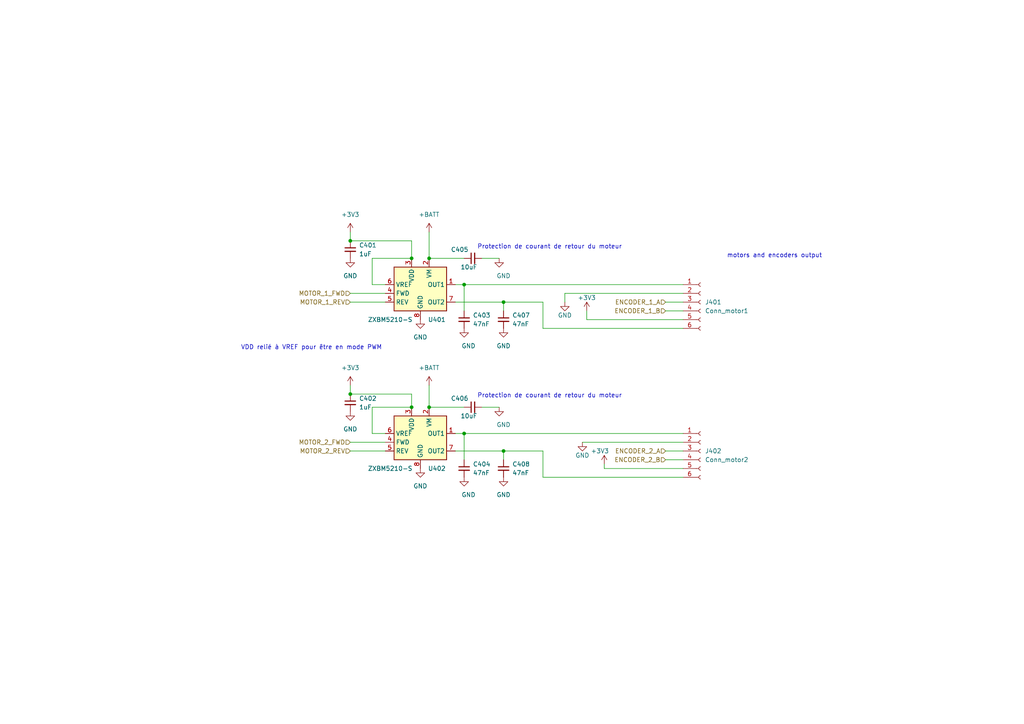
<source format=kicad_sch>
(kicad_sch (version 20230121) (generator eeschema)

  (uuid 0a1be023-c647-4248-b24d-c9c31ff23dbd)

  (paper "A4")

  (lib_symbols
    (symbol "Connector:Conn_01x06_Socket" (pin_names (offset 1.016) hide) (in_bom yes) (on_board yes)
      (property "Reference" "J" (at 0 7.62 0)
        (effects (font (size 1.27 1.27)))
      )
      (property "Value" "Conn_01x06_Socket" (at 0 -10.16 0)
        (effects (font (size 1.27 1.27)))
      )
      (property "Footprint" "" (at 0 0 0)
        (effects (font (size 1.27 1.27)) hide)
      )
      (property "Datasheet" "~" (at 0 0 0)
        (effects (font (size 1.27 1.27)) hide)
      )
      (property "ki_locked" "" (at 0 0 0)
        (effects (font (size 1.27 1.27)))
      )
      (property "ki_keywords" "connector" (at 0 0 0)
        (effects (font (size 1.27 1.27)) hide)
      )
      (property "ki_description" "Generic connector, single row, 01x06, script generated" (at 0 0 0)
        (effects (font (size 1.27 1.27)) hide)
      )
      (property "ki_fp_filters" "Connector*:*_1x??_*" (at 0 0 0)
        (effects (font (size 1.27 1.27)) hide)
      )
      (symbol "Conn_01x06_Socket_1_1"
        (arc (start 0 -7.112) (mid -0.5058 -7.62) (end 0 -8.128)
          (stroke (width 0.1524) (type default))
          (fill (type none))
        )
        (arc (start 0 -4.572) (mid -0.5058 -5.08) (end 0 -5.588)
          (stroke (width 0.1524) (type default))
          (fill (type none))
        )
        (arc (start 0 -2.032) (mid -0.5058 -2.54) (end 0 -3.048)
          (stroke (width 0.1524) (type default))
          (fill (type none))
        )
        (polyline
          (pts
            (xy -1.27 -7.62)
            (xy -0.508 -7.62)
          )
          (stroke (width 0.1524) (type default))
          (fill (type none))
        )
        (polyline
          (pts
            (xy -1.27 -5.08)
            (xy -0.508 -5.08)
          )
          (stroke (width 0.1524) (type default))
          (fill (type none))
        )
        (polyline
          (pts
            (xy -1.27 -2.54)
            (xy -0.508 -2.54)
          )
          (stroke (width 0.1524) (type default))
          (fill (type none))
        )
        (polyline
          (pts
            (xy -1.27 0)
            (xy -0.508 0)
          )
          (stroke (width 0.1524) (type default))
          (fill (type none))
        )
        (polyline
          (pts
            (xy -1.27 2.54)
            (xy -0.508 2.54)
          )
          (stroke (width 0.1524) (type default))
          (fill (type none))
        )
        (polyline
          (pts
            (xy -1.27 5.08)
            (xy -0.508 5.08)
          )
          (stroke (width 0.1524) (type default))
          (fill (type none))
        )
        (arc (start 0 0.508) (mid -0.5058 0) (end 0 -0.508)
          (stroke (width 0.1524) (type default))
          (fill (type none))
        )
        (arc (start 0 3.048) (mid -0.5058 2.54) (end 0 2.032)
          (stroke (width 0.1524) (type default))
          (fill (type none))
        )
        (arc (start 0 5.588) (mid -0.5058 5.08) (end 0 4.572)
          (stroke (width 0.1524) (type default))
          (fill (type none))
        )
        (pin passive line (at -5.08 5.08 0) (length 3.81)
          (name "Pin_1" (effects (font (size 1.27 1.27))))
          (number "1" (effects (font (size 1.27 1.27))))
        )
        (pin passive line (at -5.08 2.54 0) (length 3.81)
          (name "Pin_2" (effects (font (size 1.27 1.27))))
          (number "2" (effects (font (size 1.27 1.27))))
        )
        (pin passive line (at -5.08 0 0) (length 3.81)
          (name "Pin_3" (effects (font (size 1.27 1.27))))
          (number "3" (effects (font (size 1.27 1.27))))
        )
        (pin passive line (at -5.08 -2.54 0) (length 3.81)
          (name "Pin_4" (effects (font (size 1.27 1.27))))
          (number "4" (effects (font (size 1.27 1.27))))
        )
        (pin passive line (at -5.08 -5.08 0) (length 3.81)
          (name "Pin_5" (effects (font (size 1.27 1.27))))
          (number "5" (effects (font (size 1.27 1.27))))
        )
        (pin passive line (at -5.08 -7.62 0) (length 3.81)
          (name "Pin_6" (effects (font (size 1.27 1.27))))
          (number "6" (effects (font (size 1.27 1.27))))
        )
      )
    )
    (symbol "Device:C_Small" (pin_numbers hide) (pin_names (offset 0.254) hide) (in_bom yes) (on_board yes)
      (property "Reference" "C" (at 0.254 1.778 0)
        (effects (font (size 1.27 1.27)) (justify left))
      )
      (property "Value" "C_Small" (at 0.254 -2.032 0)
        (effects (font (size 1.27 1.27)) (justify left))
      )
      (property "Footprint" "" (at 0 0 0)
        (effects (font (size 1.27 1.27)) hide)
      )
      (property "Datasheet" "~" (at 0 0 0)
        (effects (font (size 1.27 1.27)) hide)
      )
      (property "ki_keywords" "capacitor cap" (at 0 0 0)
        (effects (font (size 1.27 1.27)) hide)
      )
      (property "ki_description" "Unpolarized capacitor, small symbol" (at 0 0 0)
        (effects (font (size 1.27 1.27)) hide)
      )
      (property "ki_fp_filters" "C_*" (at 0 0 0)
        (effects (font (size 1.27 1.27)) hide)
      )
      (symbol "C_Small_0_1"
        (polyline
          (pts
            (xy -1.524 -0.508)
            (xy 1.524 -0.508)
          )
          (stroke (width 0.3302) (type default))
          (fill (type none))
        )
        (polyline
          (pts
            (xy -1.524 0.508)
            (xy 1.524 0.508)
          )
          (stroke (width 0.3048) (type default))
          (fill (type none))
        )
      )
      (symbol "C_Small_1_1"
        (pin passive line (at 0 2.54 270) (length 2.032)
          (name "~" (effects (font (size 1.27 1.27))))
          (number "1" (effects (font (size 1.27 1.27))))
        )
        (pin passive line (at 0 -2.54 90) (length 2.032)
          (name "~" (effects (font (size 1.27 1.27))))
          (number "2" (effects (font (size 1.27 1.27))))
        )
      )
    )
    (symbol "Driver_Motor:ZXBM5210-S" (in_bom yes) (on_board yes)
      (property "Reference" "U" (at -7.62 8.89 0)
        (effects (font (size 1.27 1.27)))
      )
      (property "Value" "ZXBM5210-S" (at 10.16 8.89 0)
        (effects (font (size 1.27 1.27)))
      )
      (property "Footprint" "Package_SO:SOIC-8_3.9x4.9mm_P1.27mm" (at 1.27 -6.35 0)
        (effects (font (size 1.27 1.27)) hide)
      )
      (property "Datasheet" "https://www.diodes.com/assets/Datasheets/ZXBM5210.pdf" (at 0 0 0)
        (effects (font (size 1.27 1.27)) hide)
      )
      (property "ki_keywords" "H-bridge, motor driver, PWM, single coil" (at 0 0 0)
        (effects (font (size 1.27 1.27)) hide)
      )
      (property "ki_description" "Reversible DC motor drive with speed control, 3-18V, 0.85A, SOIC-8" (at 0 0 0)
        (effects (font (size 1.27 1.27)) hide)
      )
      (property "ki_fp_filters" "SOIC*3.9x4.9mm*P1.27mm*" (at 0 0 0)
        (effects (font (size 1.27 1.27)) hide)
      )
      (symbol "ZXBM5210-S_0_0"
        (pin output line (at 10.16 2.54 180) (length 2.54)
          (name "OUT1" (effects (font (size 1.27 1.27))))
          (number "1" (effects (font (size 1.27 1.27))))
        )
        (pin power_in line (at 2.54 10.16 270) (length 2.54)
          (name "VM" (effects (font (size 1.27 1.27))))
          (number "2" (effects (font (size 1.27 1.27))))
        )
        (pin power_in line (at -2.54 10.16 270) (length 2.54)
          (name "VDD" (effects (font (size 1.27 1.27))))
          (number "3" (effects (font (size 1.27 1.27))))
        )
        (pin input line (at -10.16 0 0) (length 2.54)
          (name "FWD" (effects (font (size 1.27 1.27))))
          (number "4" (effects (font (size 1.27 1.27))))
        )
        (pin input line (at -10.16 -2.54 0) (length 2.54)
          (name "REV" (effects (font (size 1.27 1.27))))
          (number "5" (effects (font (size 1.27 1.27))))
        )
        (pin input line (at -10.16 2.54 0) (length 2.54)
          (name "VREF" (effects (font (size 1.27 1.27))))
          (number "6" (effects (font (size 1.27 1.27))))
        )
        (pin output line (at 10.16 -2.54 180) (length 2.54)
          (name "OUT2" (effects (font (size 1.27 1.27))))
          (number "7" (effects (font (size 1.27 1.27))))
        )
        (pin power_in line (at 0 -7.62 90) (length 2.54)
          (name "GND" (effects (font (size 1.27 1.27))))
          (number "8" (effects (font (size 1.27 1.27))))
        )
      )
      (symbol "ZXBM5210-S_0_1"
        (rectangle (start -7.62 7.62) (end 7.62 -5.08)
          (stroke (width 0.254) (type default))
          (fill (type background))
        )
      )
    )
    (symbol "power:+3V3" (power) (pin_names (offset 0)) (in_bom yes) (on_board yes)
      (property "Reference" "#PWR" (at 0 -3.81 0)
        (effects (font (size 1.27 1.27)) hide)
      )
      (property "Value" "+3V3" (at 0 3.556 0)
        (effects (font (size 1.27 1.27)))
      )
      (property "Footprint" "" (at 0 0 0)
        (effects (font (size 1.27 1.27)) hide)
      )
      (property "Datasheet" "" (at 0 0 0)
        (effects (font (size 1.27 1.27)) hide)
      )
      (property "ki_keywords" "global power" (at 0 0 0)
        (effects (font (size 1.27 1.27)) hide)
      )
      (property "ki_description" "Power symbol creates a global label with name \"+3V3\"" (at 0 0 0)
        (effects (font (size 1.27 1.27)) hide)
      )
      (symbol "+3V3_0_1"
        (polyline
          (pts
            (xy -0.762 1.27)
            (xy 0 2.54)
          )
          (stroke (width 0) (type default))
          (fill (type none))
        )
        (polyline
          (pts
            (xy 0 0)
            (xy 0 2.54)
          )
          (stroke (width 0) (type default))
          (fill (type none))
        )
        (polyline
          (pts
            (xy 0 2.54)
            (xy 0.762 1.27)
          )
          (stroke (width 0) (type default))
          (fill (type none))
        )
      )
      (symbol "+3V3_1_1"
        (pin power_in line (at 0 0 90) (length 0) hide
          (name "+3V3" (effects (font (size 1.27 1.27))))
          (number "1" (effects (font (size 1.27 1.27))))
        )
      )
    )
    (symbol "power:+BATT" (power) (pin_names (offset 0)) (in_bom yes) (on_board yes)
      (property "Reference" "#PWR" (at 0 -3.81 0)
        (effects (font (size 1.27 1.27)) hide)
      )
      (property "Value" "+BATT" (at 0 3.556 0)
        (effects (font (size 1.27 1.27)))
      )
      (property "Footprint" "" (at 0 0 0)
        (effects (font (size 1.27 1.27)) hide)
      )
      (property "Datasheet" "" (at 0 0 0)
        (effects (font (size 1.27 1.27)) hide)
      )
      (property "ki_keywords" "global power battery" (at 0 0 0)
        (effects (font (size 1.27 1.27)) hide)
      )
      (property "ki_description" "Power symbol creates a global label with name \"+BATT\"" (at 0 0 0)
        (effects (font (size 1.27 1.27)) hide)
      )
      (symbol "+BATT_0_1"
        (polyline
          (pts
            (xy -0.762 1.27)
            (xy 0 2.54)
          )
          (stroke (width 0) (type default))
          (fill (type none))
        )
        (polyline
          (pts
            (xy 0 0)
            (xy 0 2.54)
          )
          (stroke (width 0) (type default))
          (fill (type none))
        )
        (polyline
          (pts
            (xy 0 2.54)
            (xy 0.762 1.27)
          )
          (stroke (width 0) (type default))
          (fill (type none))
        )
      )
      (symbol "+BATT_1_1"
        (pin power_in line (at 0 0 90) (length 0) hide
          (name "+BATT" (effects (font (size 1.27 1.27))))
          (number "1" (effects (font (size 1.27 1.27))))
        )
      )
    )
    (symbol "power:GND" (power) (pin_names (offset 0)) (in_bom yes) (on_board yes)
      (property "Reference" "#PWR" (at 0 -6.35 0)
        (effects (font (size 1.27 1.27)) hide)
      )
      (property "Value" "GND" (at 0 -3.81 0)
        (effects (font (size 1.27 1.27)))
      )
      (property "Footprint" "" (at 0 0 0)
        (effects (font (size 1.27 1.27)) hide)
      )
      (property "Datasheet" "" (at 0 0 0)
        (effects (font (size 1.27 1.27)) hide)
      )
      (property "ki_keywords" "global power" (at 0 0 0)
        (effects (font (size 1.27 1.27)) hide)
      )
      (property "ki_description" "Power symbol creates a global label with name \"GND\" , ground" (at 0 0 0)
        (effects (font (size 1.27 1.27)) hide)
      )
      (symbol "GND_0_1"
        (polyline
          (pts
            (xy 0 0)
            (xy 0 -1.27)
            (xy 1.27 -1.27)
            (xy 0 -2.54)
            (xy -1.27 -1.27)
            (xy 0 -1.27)
          )
          (stroke (width 0) (type default))
          (fill (type none))
        )
      )
      (symbol "GND_1_1"
        (pin power_in line (at 0 0 270) (length 0) hide
          (name "GND" (effects (font (size 1.27 1.27))))
          (number "1" (effects (font (size 1.27 1.27))))
        )
      )
    )
  )

  (junction (at 146.05 87.63) (diameter 0) (color 0 0 0 0)
    (uuid 220603ad-67cb-42d2-af94-04865d67aedd)
  )
  (junction (at 101.6 114.3) (diameter 0) (color 0 0 0 0)
    (uuid 7b9fd10a-78ef-447c-a2a1-76bdd63f06e1)
  )
  (junction (at 134.62 82.55) (diameter 0) (color 0 0 0 0)
    (uuid 8dec0d5a-d754-4855-bb3a-9bacb0a3e2fa)
  )
  (junction (at 134.62 125.73) (diameter 0) (color 0 0 0 0)
    (uuid 8fd818fe-563f-4d59-b748-2d8a7f6e303b)
  )
  (junction (at 119.38 74.93) (diameter 0) (color 0 0 0 0)
    (uuid a7fc7838-88f8-4364-afa4-f35867d9eb08)
  )
  (junction (at 146.05 130.81) (diameter 0) (color 0 0 0 0)
    (uuid b8ba8792-2db0-4bf0-9c0f-5879f7f79082)
  )
  (junction (at 124.46 74.93) (diameter 0) (color 0 0 0 0)
    (uuid c509048e-4e46-4cd8-9a80-3095f7e271f9)
  )
  (junction (at 124.46 118.11) (diameter 0) (color 0 0 0 0)
    (uuid cc93e501-9698-482f-b050-7a70f6f5db90)
  )
  (junction (at 119.38 118.11) (diameter 0) (color 0 0 0 0)
    (uuid ce9a3b56-b360-49ce-873d-0db10b2dfc2f)
  )
  (junction (at 101.6 69.85) (diameter 0) (color 0 0 0 0)
    (uuid ffe7b19d-55fd-4d89-83ca-f86808aa2a73)
  )

  (wire (pts (xy 119.38 74.93) (xy 107.95 74.93))
    (stroke (width 0) (type default))
    (uuid 06a2abbb-c04a-4740-bbd8-7954d3c116a8)
  )
  (wire (pts (xy 107.95 74.93) (xy 107.95 82.55))
    (stroke (width 0) (type default))
    (uuid 12bcf6f7-5db2-4b22-a648-b0fcdae01489)
  )
  (wire (pts (xy 111.76 125.73) (xy 107.95 125.73))
    (stroke (width 0) (type default))
    (uuid 1825f646-e52f-42c2-9d03-fbc1d193232a)
  )
  (wire (pts (xy 198.12 92.71) (xy 170.18 92.71))
    (stroke (width 0) (type default))
    (uuid 1ba77ef9-2588-4d79-a7a6-c522d35a1be0)
  )
  (wire (pts (xy 124.46 67.31) (xy 124.46 74.93))
    (stroke (width 0) (type default))
    (uuid 1e744dc6-256b-4949-9ee7-156c1ea4bca1)
  )
  (wire (pts (xy 144.78 118.11) (xy 139.7 118.11))
    (stroke (width 0) (type default))
    (uuid 216995e4-6083-4cc6-8c24-3c4eefc56eb5)
  )
  (wire (pts (xy 146.05 130.81) (xy 146.05 133.35))
    (stroke (width 0) (type default))
    (uuid 23b21231-83d4-4d49-81ed-f6270b2beed9)
  )
  (wire (pts (xy 119.38 69.85) (xy 119.38 74.93))
    (stroke (width 0) (type default))
    (uuid 2830c6d4-0006-4798-a85e-670a1ae798df)
  )
  (wire (pts (xy 101.6 130.81) (xy 111.76 130.81))
    (stroke (width 0) (type default))
    (uuid 2b618d71-56f6-4d32-92c5-886c7f255a78)
  )
  (wire (pts (xy 132.08 125.73) (xy 134.62 125.73))
    (stroke (width 0) (type default))
    (uuid 3ccc4de9-f0f0-469e-9c6a-d2cebb30f698)
  )
  (wire (pts (xy 132.08 82.55) (xy 134.62 82.55))
    (stroke (width 0) (type default))
    (uuid 3e8bf0ed-6f61-4340-bd49-3979a01976ce)
  )
  (wire (pts (xy 119.38 118.11) (xy 107.95 118.11))
    (stroke (width 0) (type default))
    (uuid 3fdfe18d-7a87-4f7f-9be7-de84985d20dc)
  )
  (wire (pts (xy 119.38 114.3) (xy 119.38 118.11))
    (stroke (width 0) (type default))
    (uuid 408ee087-f9e0-444a-8b3b-6c902be40439)
  )
  (wire (pts (xy 111.76 82.55) (xy 107.95 82.55))
    (stroke (width 0) (type default))
    (uuid 433eec00-7c5a-4609-82fa-f2323981713d)
  )
  (wire (pts (xy 193.04 133.35) (xy 198.12 133.35))
    (stroke (width 0) (type default))
    (uuid 471fda36-42f6-4639-a8e2-5173866dd8f1)
  )
  (wire (pts (xy 144.78 74.93) (xy 139.7 74.93))
    (stroke (width 0) (type default))
    (uuid 5b3ace1c-b5d1-4687-91ff-daeba8e1a015)
  )
  (wire (pts (xy 134.62 82.55) (xy 198.12 82.55))
    (stroke (width 0) (type default))
    (uuid 5fcbc6f8-c559-47cd-aff4-da16d631d9f0)
  )
  (wire (pts (xy 193.04 130.81) (xy 198.12 130.81))
    (stroke (width 0) (type default))
    (uuid 60633bb5-f8c8-4cca-8500-de44d3bbe4fa)
  )
  (wire (pts (xy 132.08 130.81) (xy 146.05 130.81))
    (stroke (width 0) (type default))
    (uuid 61db21ee-7523-4de0-9a62-e757ec0b4f5f)
  )
  (wire (pts (xy 101.6 85.09) (xy 111.76 85.09))
    (stroke (width 0) (type default))
    (uuid 65c72e3f-42c7-4ef4-a42b-51eecc87a33c)
  )
  (wire (pts (xy 124.46 118.11) (xy 134.62 118.11))
    (stroke (width 0) (type default))
    (uuid 686f9d65-b77f-4317-8c2c-4b9b4bada58c)
  )
  (wire (pts (xy 193.04 87.63) (xy 198.12 87.63))
    (stroke (width 0) (type default))
    (uuid 6db77e61-ad6e-489d-a376-4175e0f38714)
  )
  (wire (pts (xy 157.48 138.43) (xy 157.48 130.81))
    (stroke (width 0) (type default))
    (uuid 6f732233-3d5c-4c89-ac24-d88b5e77b435)
  )
  (wire (pts (xy 101.6 69.85) (xy 119.38 69.85))
    (stroke (width 0) (type default))
    (uuid 808e136a-a516-487a-a01d-03b1e6019f22)
  )
  (wire (pts (xy 157.48 138.43) (xy 198.12 138.43))
    (stroke (width 0) (type default))
    (uuid 892b47e3-df30-41cd-8112-40e5a59259a3)
  )
  (wire (pts (xy 157.48 95.25) (xy 198.12 95.25))
    (stroke (width 0) (type default))
    (uuid 8f46f1f6-fe21-4ee5-bcea-fc7acce37dc8)
  )
  (wire (pts (xy 157.48 87.63) (xy 157.48 95.25))
    (stroke (width 0) (type default))
    (uuid 91c3dbf9-2f9d-43c6-befb-007963e570b4)
  )
  (wire (pts (xy 101.6 111.76) (xy 101.6 114.3))
    (stroke (width 0) (type default))
    (uuid 93514285-d869-4d4c-a956-cf2661e4379d)
  )
  (wire (pts (xy 193.04 90.17) (xy 198.12 90.17))
    (stroke (width 0) (type default))
    (uuid 95da4d92-8f8d-437a-a47f-9dda84b923f1)
  )
  (wire (pts (xy 134.62 90.17) (xy 134.62 82.55))
    (stroke (width 0) (type default))
    (uuid a15e8103-b24b-4699-8249-27f9bbe02256)
  )
  (wire (pts (xy 107.95 118.11) (xy 107.95 125.73))
    (stroke (width 0) (type default))
    (uuid a67a6d5a-f093-4fb9-8e4b-8366df34ffc8)
  )
  (wire (pts (xy 101.6 128.27) (xy 111.76 128.27))
    (stroke (width 0) (type default))
    (uuid a9a89d97-2bfe-4158-91c7-73c0972749be)
  )
  (wire (pts (xy 124.46 111.76) (xy 124.46 118.11))
    (stroke (width 0) (type default))
    (uuid ab51873d-bba6-4d30-b899-1a6ea215a767)
  )
  (wire (pts (xy 101.6 87.63) (xy 111.76 87.63))
    (stroke (width 0) (type default))
    (uuid ad5190f6-e88d-471c-a437-a8fcb24dbb3a)
  )
  (wire (pts (xy 132.08 87.63) (xy 146.05 87.63))
    (stroke (width 0) (type default))
    (uuid ae3a4f99-e9d3-4648-9f49-9837a6e645e0)
  )
  (wire (pts (xy 175.26 134.62) (xy 175.26 135.89))
    (stroke (width 0) (type default))
    (uuid b01295cf-6b92-4d35-9435-2c4443b1a2fc)
  )
  (wire (pts (xy 198.12 135.89) (xy 175.26 135.89))
    (stroke (width 0) (type default))
    (uuid bfb0c0cf-5c9b-476b-b7be-335bd20ca8f7)
  )
  (wire (pts (xy 134.62 125.73) (xy 198.12 125.73))
    (stroke (width 0) (type default))
    (uuid c0429571-b46d-4177-9b9d-1950f7fd6204)
  )
  (wire (pts (xy 101.6 114.3) (xy 119.38 114.3))
    (stroke (width 0) (type default))
    (uuid c8507c87-97e4-4d48-863b-2e1785db30a9)
  )
  (wire (pts (xy 146.05 87.63) (xy 157.48 87.63))
    (stroke (width 0) (type default))
    (uuid d2fca833-915b-4463-8a92-bc39d6c6da40)
  )
  (wire (pts (xy 170.18 90.17) (xy 170.18 92.71))
    (stroke (width 0) (type default))
    (uuid d3662158-7e2e-496b-8d1d-89d1d969c124)
  )
  (wire (pts (xy 124.46 74.93) (xy 134.62 74.93))
    (stroke (width 0) (type default))
    (uuid d373db5b-b5fb-4c2f-8d87-10545c6a832d)
  )
  (wire (pts (xy 146.05 87.63) (xy 146.05 90.17))
    (stroke (width 0) (type default))
    (uuid dd300d63-004b-4b36-a501-9edf3b09267f)
  )
  (wire (pts (xy 134.62 133.35) (xy 134.62 125.73))
    (stroke (width 0) (type default))
    (uuid dd6a1d88-eb2f-4221-82b0-e756d01b6343)
  )
  (wire (pts (xy 163.83 87.63) (xy 163.83 85.09))
    (stroke (width 0) (type default))
    (uuid ec0cacd3-8efd-46a9-8061-5ede37074f3c)
  )
  (wire (pts (xy 146.05 130.81) (xy 157.48 130.81))
    (stroke (width 0) (type default))
    (uuid ec32ec74-4d0c-413f-b4ca-8107a5aa4709)
  )
  (wire (pts (xy 163.83 85.09) (xy 198.12 85.09))
    (stroke (width 0) (type default))
    (uuid f1fa6aff-b803-4f13-96a3-8e07243a6572)
  )
  (wire (pts (xy 168.91 128.27) (xy 198.12 128.27))
    (stroke (width 0) (type default))
    (uuid f3957b16-3441-4a9f-97e0-f03cddd1f946)
  )
  (wire (pts (xy 101.6 67.31) (xy 101.6 69.85))
    (stroke (width 0) (type default))
    (uuid fcf886b5-9320-4ce7-8fd4-10d3a7f1a237)
  )

  (text "Protection de courant de retour du moteur\n" (at 138.43 72.39 0)
    (effects (font (size 1.27 1.27)) (justify left bottom))
    (uuid 11411995-e1c6-455d-ad36-74e0296dd33e)
  )
  (text "motors and encoders output" (at 210.82 74.93 0)
    (effects (font (size 1.27 1.27)) (justify left bottom))
    (uuid 513fa946-d42e-40f6-a347-12cf7b5bc300)
  )
  (text "Protection de courant de retour du moteur\n" (at 138.43 115.57 0)
    (effects (font (size 1.27 1.27)) (justify left bottom))
    (uuid 77665ac8-c16f-41d6-9a89-5f899cfda692)
  )
  (text "VDD relié à VREF pour être en mode PWM" (at 69.85 101.6 0)
    (effects (font (size 1.27 1.27)) (justify left bottom))
    (uuid b655a508-8f9c-4e7d-9599-63137083f94c)
  )

  (hierarchical_label "MOTOR_1_FWD" (shape input) (at 101.6 85.09 180) (fields_autoplaced)
    (effects (font (size 1.27 1.27)) (justify right))
    (uuid 25a4d6cc-1bab-4102-a2ee-ab8241308829)
  )
  (hierarchical_label "MOTOR_2_FWD" (shape input) (at 101.6 128.27 180) (fields_autoplaced)
    (effects (font (size 1.27 1.27)) (justify right))
    (uuid 3a8745dd-f1b1-4320-828e-eca5ebf8c6d5)
  )
  (hierarchical_label "ENCODER_1_A" (shape input) (at 193.04 87.63 180) (fields_autoplaced)
    (effects (font (size 1.27 1.27)) (justify right))
    (uuid 3cfcbc00-ba41-4993-9b54-196c1e1068c7)
  )
  (hierarchical_label "ENCODER_2_A" (shape input) (at 193.04 130.81 180) (fields_autoplaced)
    (effects (font (size 1.27 1.27)) (justify right))
    (uuid 3ea548c9-40eb-411d-b9e2-3fc7589ace97)
  )
  (hierarchical_label "MOTOR_1_REV" (shape input) (at 101.6 87.63 180) (fields_autoplaced)
    (effects (font (size 1.27 1.27)) (justify right))
    (uuid 414c6cae-e8a9-4a40-92fb-fc74789aeb03)
  )
  (hierarchical_label "ENCODER_2_B" (shape input) (at 193.04 133.35 180) (fields_autoplaced)
    (effects (font (size 1.27 1.27)) (justify right))
    (uuid 54cce858-d5f6-401f-bf4f-bf4714a42ac7)
  )
  (hierarchical_label "MOTOR_2_REV" (shape input) (at 101.6 130.81 180) (fields_autoplaced)
    (effects (font (size 1.27 1.27)) (justify right))
    (uuid 88eb5b95-5378-40cc-a880-a8594a18fc6a)
  )
  (hierarchical_label "ENCODER_1_B" (shape input) (at 193.04 90.17 180) (fields_autoplaced)
    (effects (font (size 1.27 1.27)) (justify right))
    (uuid d58e9d6c-2b11-439f-8af6-03b877f57ca9)
  )

  (symbol (lib_id "Device:C_Small") (at 101.6 72.39 0) (unit 1)
    (in_bom yes) (on_board yes) (dnp no) (fields_autoplaced)
    (uuid 05686bc6-42f6-45a5-910e-3ae79aea0057)
    (property "Reference" "C401" (at 104.14 71.1263 0)
      (effects (font (size 1.27 1.27)) (justify left))
    )
    (property "Value" "1uF" (at 104.14 73.6663 0)
      (effects (font (size 1.27 1.27)) (justify left))
    )
    (property "Footprint" "" (at 101.6 72.39 0)
      (effects (font (size 1.27 1.27)) hide)
    )
    (property "Datasheet" "~" (at 101.6 72.39 0)
      (effects (font (size 1.27 1.27)) hide)
    )
    (pin "1" (uuid 4a34342e-dd9e-4fcd-95ad-1ef9323986dc))
    (pin "2" (uuid 5c561893-ca2a-45a5-913e-3a00b8be1b1a))
    (instances
      (project "kicad_chat-souris"
        (path "/b1ddc66d-dbe7-4cff-b97f-1f0ce7ceeee4/e02fd429-6de0-42be-b82b-494bbb23caa2"
          (reference "C401") (unit 1)
        )
      )
    )
  )

  (symbol (lib_id "power:GND") (at 121.92 135.89 0) (unit 1)
    (in_bom yes) (on_board yes) (dnp no) (fields_autoplaced)
    (uuid 0da13abd-fcc8-493a-a008-6a30e2d83d6b)
    (property "Reference" "#PWR0406" (at 121.92 142.24 0)
      (effects (font (size 1.27 1.27)) hide)
    )
    (property "Value" "GND" (at 121.92 140.97 0)
      (effects (font (size 1.27 1.27)))
    )
    (property "Footprint" "" (at 121.92 135.89 0)
      (effects (font (size 1.27 1.27)) hide)
    )
    (property "Datasheet" "" (at 121.92 135.89 0)
      (effects (font (size 1.27 1.27)) hide)
    )
    (pin "1" (uuid 41ede855-a167-4218-b4e4-a4787d8b59a0))
    (instances
      (project "kicad_chat-souris"
        (path "/b1ddc66d-dbe7-4cff-b97f-1f0ce7ceeee4/e02fd429-6de0-42be-b82b-494bbb23caa2"
          (reference "#PWR0406") (unit 1)
        )
      )
    )
  )

  (symbol (lib_id "Connector:Conn_01x06_Socket") (at 203.2 130.81 0) (unit 1)
    (in_bom yes) (on_board yes) (dnp no) (fields_autoplaced)
    (uuid 0fc5e6d9-0785-4ff9-b252-700ff39fa6c6)
    (property "Reference" "J402" (at 204.47 130.81 0)
      (effects (font (size 1.27 1.27)) (justify left))
    )
    (property "Value" "Conn_motor2" (at 204.47 133.35 0)
      (effects (font (size 1.27 1.27)) (justify left))
    )
    (property "Footprint" "" (at 203.2 130.81 0)
      (effects (font (size 1.27 1.27)) hide)
    )
    (property "Datasheet" "~" (at 203.2 130.81 0)
      (effects (font (size 1.27 1.27)) hide)
    )
    (pin "1" (uuid 44043ad9-69cb-4ffb-9c4f-6846eb99fbbb))
    (pin "2" (uuid 417a853a-2336-495d-80a7-75ead5dce00a))
    (pin "3" (uuid 9a5f67a6-79c6-4ef1-b2ce-c469093f6597))
    (pin "4" (uuid 241bc881-7c48-400a-ac5e-dc3b4f2d5a4a))
    (pin "5" (uuid 2398f27d-a717-4708-9af9-f4a8d497b940))
    (pin "6" (uuid 7e4943b1-f442-4f72-a5cb-4848ef736f54))
    (instances
      (project "kicad_chat-souris"
        (path "/b1ddc66d-dbe7-4cff-b97f-1f0ce7ceeee4/e02fd429-6de0-42be-b82b-494bbb23caa2"
          (reference "J402") (unit 1)
        )
      )
    )
  )

  (symbol (lib_id "power:GND") (at 163.83 87.63 0) (unit 1)
    (in_bom yes) (on_board yes) (dnp no)
    (uuid 2081503e-35f0-4b88-a2ba-8ba22c217bb4)
    (property "Reference" "#PWR0415" (at 163.83 93.98 0)
      (effects (font (size 1.27 1.27)) hide)
    )
    (property "Value" "GND" (at 163.83 91.44 0)
      (effects (font (size 1.27 1.27)))
    )
    (property "Footprint" "" (at 163.83 87.63 0)
      (effects (font (size 1.27 1.27)) hide)
    )
    (property "Datasheet" "" (at 163.83 87.63 0)
      (effects (font (size 1.27 1.27)) hide)
    )
    (pin "1" (uuid b849267d-992f-4e4a-9dbc-1b776c8edb2f))
    (instances
      (project "kicad_chat-souris"
        (path "/b1ddc66d-dbe7-4cff-b97f-1f0ce7ceeee4/e02fd429-6de0-42be-b82b-494bbb23caa2"
          (reference "#PWR0415") (unit 1)
        )
      )
    )
  )

  (symbol (lib_id "Device:C_Small") (at 137.16 74.93 90) (unit 1)
    (in_bom yes) (on_board yes) (dnp no)
    (uuid 25a2ed7c-55e9-4f34-b899-9b03233c5a29)
    (property "Reference" "C405" (at 135.89 72.39 90)
      (effects (font (size 1.27 1.27)) (justify left))
    )
    (property "Value" "10uF" (at 138.43 77.47 90)
      (effects (font (size 1.27 1.27)) (justify left))
    )
    (property "Footprint" "" (at 137.16 74.93 0)
      (effects (font (size 1.27 1.27)) hide)
    )
    (property "Datasheet" "~" (at 137.16 74.93 0)
      (effects (font (size 1.27 1.27)) hide)
    )
    (pin "1" (uuid 434e5572-d429-4579-8740-5f3d7547d79c))
    (pin "2" (uuid 2d86d840-01bb-4deb-87de-3f424a0452cf))
    (instances
      (project "kicad_chat-souris"
        (path "/b1ddc66d-dbe7-4cff-b97f-1f0ce7ceeee4/e02fd429-6de0-42be-b82b-494bbb23caa2"
          (reference "C405") (unit 1)
        )
      )
    )
  )

  (symbol (lib_id "power:+3V3") (at 101.6 67.31 0) (unit 1)
    (in_bom yes) (on_board yes) (dnp no) (fields_autoplaced)
    (uuid 285cf130-2608-401e-9068-3ac183d16d69)
    (property "Reference" "#PWR0401" (at 101.6 71.12 0)
      (effects (font (size 1.27 1.27)) hide)
    )
    (property "Value" "+3V3" (at 101.6 62.23 0)
      (effects (font (size 1.27 1.27)))
    )
    (property "Footprint" "" (at 101.6 67.31 0)
      (effects (font (size 1.27 1.27)) hide)
    )
    (property "Datasheet" "" (at 101.6 67.31 0)
      (effects (font (size 1.27 1.27)) hide)
    )
    (pin "1" (uuid 20dcd81d-dda8-4bdc-999a-10d9ee1c1f5a))
    (instances
      (project "kicad_chat-souris"
        (path "/b1ddc66d-dbe7-4cff-b97f-1f0ce7ceeee4/e02fd429-6de0-42be-b82b-494bbb23caa2"
          (reference "#PWR0401") (unit 1)
        )
      )
    )
  )

  (symbol (lib_id "power:GND") (at 146.05 138.43 0) (unit 1)
    (in_bom yes) (on_board yes) (dnp no) (fields_autoplaced)
    (uuid 404c98ed-35c7-4049-b59d-94aeee6337c3)
    (property "Reference" "#PWR0414" (at 146.05 144.78 0)
      (effects (font (size 1.27 1.27)) hide)
    )
    (property "Value" "GND" (at 146.05 143.51 0)
      (effects (font (size 1.27 1.27)))
    )
    (property "Footprint" "" (at 146.05 138.43 0)
      (effects (font (size 1.27 1.27)) hide)
    )
    (property "Datasheet" "" (at 146.05 138.43 0)
      (effects (font (size 1.27 1.27)) hide)
    )
    (pin "1" (uuid f2abde34-8adc-49ec-a201-107be21cef0e))
    (instances
      (project "kicad_chat-souris"
        (path "/b1ddc66d-dbe7-4cff-b97f-1f0ce7ceeee4/e02fd429-6de0-42be-b82b-494bbb23caa2"
          (reference "#PWR0414") (unit 1)
        )
      )
    )
  )

  (symbol (lib_id "Device:C_Small") (at 134.62 135.89 0) (unit 1)
    (in_bom yes) (on_board yes) (dnp no) (fields_autoplaced)
    (uuid 4639a4b9-9d25-419a-a8d3-ac1fec1162d2)
    (property "Reference" "C404" (at 137.16 134.6263 0)
      (effects (font (size 1.27 1.27)) (justify left))
    )
    (property "Value" "47nF" (at 137.16 137.1663 0)
      (effects (font (size 1.27 1.27)) (justify left))
    )
    (property "Footprint" "" (at 134.62 135.89 0)
      (effects (font (size 1.27 1.27)) hide)
    )
    (property "Datasheet" "~" (at 134.62 135.89 0)
      (effects (font (size 1.27 1.27)) hide)
    )
    (pin "1" (uuid 5a0a7fb2-6311-46f4-89e9-ad6bda9d6578))
    (pin "2" (uuid 5f7310b3-6ed8-463a-bf5f-b75bc49c53fe))
    (instances
      (project "kicad_chat-souris"
        (path "/b1ddc66d-dbe7-4cff-b97f-1f0ce7ceeee4/e02fd429-6de0-42be-b82b-494bbb23caa2"
          (reference "C404") (unit 1)
        )
      )
    )
  )

  (symbol (lib_id "Driver_Motor:ZXBM5210-S") (at 121.92 128.27 0) (unit 1)
    (in_bom yes) (on_board yes) (dnp no)
    (uuid 4e419e26-471a-4b81-adbf-186d6819dc97)
    (property "Reference" "U402" (at 124.1141 135.89 0)
      (effects (font (size 1.27 1.27)) (justify left))
    )
    (property "Value" "ZXBM5210-S" (at 106.68 135.89 0)
      (effects (font (size 1.27 1.27)) (justify left))
    )
    (property "Footprint" "Package_SO:SOIC-8_3.9x4.9mm_P1.27mm" (at 123.19 134.62 0)
      (effects (font (size 1.27 1.27)) hide)
    )
    (property "Datasheet" "https://www.diodes.com/assets/Datasheets/ZXBM5210.pdf" (at 121.92 128.27 0)
      (effects (font (size 1.27 1.27)) hide)
    )
    (pin "1" (uuid 3da2b858-f907-4fc4-9c76-aaae6a7dbdb5))
    (pin "2" (uuid 310916c6-d324-4729-9c5e-8bfe18047372))
    (pin "3" (uuid 9ce6fd94-6b33-4565-a1d2-ac3c069c0278))
    (pin "4" (uuid 9b4d2770-d158-4f2e-b6a1-b5a955b6d589))
    (pin "5" (uuid e6e5c2f3-4120-4758-9308-96bedbccbc1f))
    (pin "6" (uuid ab9db4e8-20ab-496b-abf6-457065f6cb54))
    (pin "7" (uuid 177b9ae6-57c1-471a-b689-64f6b8f49c29))
    (pin "8" (uuid 16bd3f9e-b183-4056-91e5-5614b4c55f6c))
    (instances
      (project "kicad_chat-souris"
        (path "/b1ddc66d-dbe7-4cff-b97f-1f0ce7ceeee4/e02fd429-6de0-42be-b82b-494bbb23caa2"
          (reference "U402") (unit 1)
        )
      )
    )
  )

  (symbol (lib_id "power:GND") (at 144.78 74.93 0) (unit 1)
    (in_bom yes) (on_board yes) (dnp no)
    (uuid 526d79fb-b3e4-433e-867f-087a0cde0aa9)
    (property "Reference" "#PWR0411" (at 144.78 81.28 0)
      (effects (font (size 1.27 1.27)) hide)
    )
    (property "Value" "GND" (at 146.05 80.01 0)
      (effects (font (size 1.27 1.27)))
    )
    (property "Footprint" "" (at 144.78 74.93 0)
      (effects (font (size 1.27 1.27)) hide)
    )
    (property "Datasheet" "" (at 144.78 74.93 0)
      (effects (font (size 1.27 1.27)) hide)
    )
    (pin "1" (uuid f22bd6ee-b803-4f4a-b078-b41104600b3f))
    (instances
      (project "kicad_chat-souris"
        (path "/b1ddc66d-dbe7-4cff-b97f-1f0ce7ceeee4/e02fd429-6de0-42be-b82b-494bbb23caa2"
          (reference "#PWR0411") (unit 1)
        )
      )
    )
  )

  (symbol (lib_id "power:GND") (at 101.6 119.38 0) (unit 1)
    (in_bom yes) (on_board yes) (dnp no) (fields_autoplaced)
    (uuid 5b34e195-bc47-4b5f-a57e-a9fbaf745d53)
    (property "Reference" "#PWR0404" (at 101.6 125.73 0)
      (effects (font (size 1.27 1.27)) hide)
    )
    (property "Value" "GND" (at 101.6 124.46 0)
      (effects (font (size 1.27 1.27)))
    )
    (property "Footprint" "" (at 101.6 119.38 0)
      (effects (font (size 1.27 1.27)) hide)
    )
    (property "Datasheet" "" (at 101.6 119.38 0)
      (effects (font (size 1.27 1.27)) hide)
    )
    (pin "1" (uuid 82bc7e4e-412d-44e3-9a1e-043137a10715))
    (instances
      (project "kicad_chat-souris"
        (path "/b1ddc66d-dbe7-4cff-b97f-1f0ce7ceeee4/e02fd429-6de0-42be-b82b-494bbb23caa2"
          (reference "#PWR0404") (unit 1)
        )
      )
    )
  )

  (symbol (lib_id "power:+3V3") (at 170.18 90.17 0) (unit 1)
    (in_bom yes) (on_board yes) (dnp no)
    (uuid 5c107ff2-3ff1-4962-82b4-15a45b4029de)
    (property "Reference" "#PWR0417" (at 170.18 93.98 0)
      (effects (font (size 1.27 1.27)) hide)
    )
    (property "Value" "+3V3" (at 170.18 86.36 0)
      (effects (font (size 1.27 1.27)))
    )
    (property "Footprint" "" (at 170.18 90.17 0)
      (effects (font (size 1.27 1.27)) hide)
    )
    (property "Datasheet" "" (at 170.18 90.17 0)
      (effects (font (size 1.27 1.27)) hide)
    )
    (pin "1" (uuid 20960a7b-9c10-4eb4-8334-47fec03d333e))
    (instances
      (project "kicad_chat-souris"
        (path "/b1ddc66d-dbe7-4cff-b97f-1f0ce7ceeee4/e02fd429-6de0-42be-b82b-494bbb23caa2"
          (reference "#PWR0417") (unit 1)
        )
      )
    )
  )

  (symbol (lib_id "power:+3V3") (at 101.6 111.76 0) (unit 1)
    (in_bom yes) (on_board yes) (dnp no) (fields_autoplaced)
    (uuid 62d7dee9-d8bb-4aea-bd2f-970ef9565074)
    (property "Reference" "#PWR0403" (at 101.6 115.57 0)
      (effects (font (size 1.27 1.27)) hide)
    )
    (property "Value" "+3V3" (at 101.6 106.68 0)
      (effects (font (size 1.27 1.27)))
    )
    (property "Footprint" "" (at 101.6 111.76 0)
      (effects (font (size 1.27 1.27)) hide)
    )
    (property "Datasheet" "" (at 101.6 111.76 0)
      (effects (font (size 1.27 1.27)) hide)
    )
    (pin "1" (uuid 2bdda5e0-8a68-45ae-ac58-eae65abc16dd))
    (instances
      (project "kicad_chat-souris"
        (path "/b1ddc66d-dbe7-4cff-b97f-1f0ce7ceeee4/e02fd429-6de0-42be-b82b-494bbb23caa2"
          (reference "#PWR0403") (unit 1)
        )
      )
    )
  )

  (symbol (lib_id "power:GND") (at 144.78 118.11 0) (unit 1)
    (in_bom yes) (on_board yes) (dnp no)
    (uuid 69e6fa1f-e25c-47de-9e43-497f03d067a5)
    (property "Reference" "#PWR0412" (at 144.78 124.46 0)
      (effects (font (size 1.27 1.27)) hide)
    )
    (property "Value" "GND" (at 146.05 123.19 0)
      (effects (font (size 1.27 1.27)))
    )
    (property "Footprint" "" (at 144.78 118.11 0)
      (effects (font (size 1.27 1.27)) hide)
    )
    (property "Datasheet" "" (at 144.78 118.11 0)
      (effects (font (size 1.27 1.27)) hide)
    )
    (pin "1" (uuid 3794ca79-9158-46fb-bcb5-7fbb6c87642e))
    (instances
      (project "kicad_chat-souris"
        (path "/b1ddc66d-dbe7-4cff-b97f-1f0ce7ceeee4/e02fd429-6de0-42be-b82b-494bbb23caa2"
          (reference "#PWR0412") (unit 1)
        )
      )
    )
  )

  (symbol (lib_id "Device:C_Small") (at 137.16 118.11 90) (unit 1)
    (in_bom yes) (on_board yes) (dnp no)
    (uuid 6bad9cc2-20d1-4c6e-9102-84aa33c23c4b)
    (property "Reference" "C406" (at 135.89 115.57 90)
      (effects (font (size 1.27 1.27)) (justify left))
    )
    (property "Value" "10uF" (at 138.43 120.65 90)
      (effects (font (size 1.27 1.27)) (justify left))
    )
    (property "Footprint" "" (at 137.16 118.11 0)
      (effects (font (size 1.27 1.27)) hide)
    )
    (property "Datasheet" "~" (at 137.16 118.11 0)
      (effects (font (size 1.27 1.27)) hide)
    )
    (pin "1" (uuid 77d3ded7-01b9-4323-b8ae-b3a99ecd0644))
    (pin "2" (uuid aa3e0fa5-8198-400d-9ba1-dd1d1470b8c7))
    (instances
      (project "kicad_chat-souris"
        (path "/b1ddc66d-dbe7-4cff-b97f-1f0ce7ceeee4/e02fd429-6de0-42be-b82b-494bbb23caa2"
          (reference "C406") (unit 1)
        )
      )
    )
  )

  (symbol (lib_id "Device:C_Small") (at 134.62 92.71 0) (unit 1)
    (in_bom yes) (on_board yes) (dnp no) (fields_autoplaced)
    (uuid 6ee048d7-d0e5-488d-9926-b84cd7ee1566)
    (property "Reference" "C403" (at 137.16 91.4463 0)
      (effects (font (size 1.27 1.27)) (justify left))
    )
    (property "Value" "47nF" (at 137.16 93.9863 0)
      (effects (font (size 1.27 1.27)) (justify left))
    )
    (property "Footprint" "" (at 134.62 92.71 0)
      (effects (font (size 1.27 1.27)) hide)
    )
    (property "Datasheet" "~" (at 134.62 92.71 0)
      (effects (font (size 1.27 1.27)) hide)
    )
    (pin "1" (uuid fa96a72d-fb57-4333-8f37-1437adf0ea80))
    (pin "2" (uuid 29d86b2f-1b64-4b2c-8ccf-03f84c1bc70f))
    (instances
      (project "kicad_chat-souris"
        (path "/b1ddc66d-dbe7-4cff-b97f-1f0ce7ceeee4/e02fd429-6de0-42be-b82b-494bbb23caa2"
          (reference "C403") (unit 1)
        )
      )
    )
  )

  (symbol (lib_id "power:GND") (at 134.62 138.43 0) (unit 1)
    (in_bom yes) (on_board yes) (dnp no)
    (uuid 81f9ae49-cb4b-4c71-8d25-84392f6eaaf2)
    (property "Reference" "#PWR0410" (at 134.62 144.78 0)
      (effects (font (size 1.27 1.27)) hide)
    )
    (property "Value" "GND" (at 135.89 143.51 0)
      (effects (font (size 1.27 1.27)))
    )
    (property "Footprint" "" (at 134.62 138.43 0)
      (effects (font (size 1.27 1.27)) hide)
    )
    (property "Datasheet" "" (at 134.62 138.43 0)
      (effects (font (size 1.27 1.27)) hide)
    )
    (pin "1" (uuid 1b49ad84-0b18-4285-b6e8-b5cc6609c304))
    (instances
      (project "kicad_chat-souris"
        (path "/b1ddc66d-dbe7-4cff-b97f-1f0ce7ceeee4/e02fd429-6de0-42be-b82b-494bbb23caa2"
          (reference "#PWR0410") (unit 1)
        )
      )
    )
  )

  (symbol (lib_id "power:+BATT") (at 124.46 111.76 0) (unit 1)
    (in_bom yes) (on_board yes) (dnp no) (fields_autoplaced)
    (uuid 90c6737d-32de-413b-9fa6-dba2ed663b51)
    (property "Reference" "#PWR0408" (at 124.46 115.57 0)
      (effects (font (size 1.27 1.27)) hide)
    )
    (property "Value" "+BATT" (at 124.46 106.68 0)
      (effects (font (size 1.27 1.27)))
    )
    (property "Footprint" "" (at 124.46 111.76 0)
      (effects (font (size 1.27 1.27)) hide)
    )
    (property "Datasheet" "" (at 124.46 111.76 0)
      (effects (font (size 1.27 1.27)) hide)
    )
    (pin "1" (uuid 5d11f56b-2630-402a-ba91-4b219254fe4d))
    (instances
      (project "kicad_chat-souris"
        (path "/b1ddc66d-dbe7-4cff-b97f-1f0ce7ceeee4/e02fd429-6de0-42be-b82b-494bbb23caa2"
          (reference "#PWR0408") (unit 1)
        )
      )
    )
  )

  (symbol (lib_id "power:GND") (at 146.05 95.25 0) (unit 1)
    (in_bom yes) (on_board yes) (dnp no) (fields_autoplaced)
    (uuid 9ec831e9-12b2-4dd5-b97e-fc0690f90ccc)
    (property "Reference" "#PWR0413" (at 146.05 101.6 0)
      (effects (font (size 1.27 1.27)) hide)
    )
    (property "Value" "GND" (at 146.05 100.33 0)
      (effects (font (size 1.27 1.27)))
    )
    (property "Footprint" "" (at 146.05 95.25 0)
      (effects (font (size 1.27 1.27)) hide)
    )
    (property "Datasheet" "" (at 146.05 95.25 0)
      (effects (font (size 1.27 1.27)) hide)
    )
    (pin "1" (uuid 01ee5473-713a-401e-b817-6009b5068f26))
    (instances
      (project "kicad_chat-souris"
        (path "/b1ddc66d-dbe7-4cff-b97f-1f0ce7ceeee4/e02fd429-6de0-42be-b82b-494bbb23caa2"
          (reference "#PWR0413") (unit 1)
        )
      )
    )
  )

  (symbol (lib_id "power:GND") (at 101.6 74.93 0) (unit 1)
    (in_bom yes) (on_board yes) (dnp no) (fields_autoplaced)
    (uuid a700d7f5-d649-4180-b4da-58435358d5a3)
    (property "Reference" "#PWR0402" (at 101.6 81.28 0)
      (effects (font (size 1.27 1.27)) hide)
    )
    (property "Value" "GND" (at 101.6 80.01 0)
      (effects (font (size 1.27 1.27)))
    )
    (property "Footprint" "" (at 101.6 74.93 0)
      (effects (font (size 1.27 1.27)) hide)
    )
    (property "Datasheet" "" (at 101.6 74.93 0)
      (effects (font (size 1.27 1.27)) hide)
    )
    (pin "1" (uuid 85412fc3-8d95-4f47-b0cb-46ab9455b3f0))
    (instances
      (project "kicad_chat-souris"
        (path "/b1ddc66d-dbe7-4cff-b97f-1f0ce7ceeee4/e02fd429-6de0-42be-b82b-494bbb23caa2"
          (reference "#PWR0402") (unit 1)
        )
      )
    )
  )

  (symbol (lib_id "power:+3V3") (at 175.26 134.62 0) (unit 1)
    (in_bom yes) (on_board yes) (dnp no)
    (uuid a7f81a06-cfda-4190-9157-0a6b4f6a49e9)
    (property "Reference" "#PWR0418" (at 175.26 138.43 0)
      (effects (font (size 1.27 1.27)) hide)
    )
    (property "Value" "+3V3" (at 173.99 130.81 0)
      (effects (font (size 1.27 1.27)))
    )
    (property "Footprint" "" (at 175.26 134.62 0)
      (effects (font (size 1.27 1.27)) hide)
    )
    (property "Datasheet" "" (at 175.26 134.62 0)
      (effects (font (size 1.27 1.27)) hide)
    )
    (pin "1" (uuid 6b35e275-42a6-44c9-aa92-58dcacbcb03c))
    (instances
      (project "kicad_chat-souris"
        (path "/b1ddc66d-dbe7-4cff-b97f-1f0ce7ceeee4/e02fd429-6de0-42be-b82b-494bbb23caa2"
          (reference "#PWR0418") (unit 1)
        )
      )
    )
  )

  (symbol (lib_id "power:+BATT") (at 124.46 67.31 0) (unit 1)
    (in_bom yes) (on_board yes) (dnp no) (fields_autoplaced)
    (uuid abfad390-69ff-4b32-bcad-c9ee8630d77d)
    (property "Reference" "#PWR0407" (at 124.46 71.12 0)
      (effects (font (size 1.27 1.27)) hide)
    )
    (property "Value" "+BATT" (at 124.46 62.23 0)
      (effects (font (size 1.27 1.27)))
    )
    (property "Footprint" "" (at 124.46 67.31 0)
      (effects (font (size 1.27 1.27)) hide)
    )
    (property "Datasheet" "" (at 124.46 67.31 0)
      (effects (font (size 1.27 1.27)) hide)
    )
    (pin "1" (uuid e9f9da84-b7ab-494a-a004-e43aaa7a4762))
    (instances
      (project "kicad_chat-souris"
        (path "/b1ddc66d-dbe7-4cff-b97f-1f0ce7ceeee4/e02fd429-6de0-42be-b82b-494bbb23caa2"
          (reference "#PWR0407") (unit 1)
        )
      )
    )
  )

  (symbol (lib_id "Device:C_Small") (at 146.05 135.89 0) (unit 1)
    (in_bom yes) (on_board yes) (dnp no) (fields_autoplaced)
    (uuid b577826e-6d7c-4df5-9ed5-6cfabae38fa4)
    (property "Reference" "C408" (at 148.59 134.6263 0)
      (effects (font (size 1.27 1.27)) (justify left))
    )
    (property "Value" "47nF" (at 148.59 137.1663 0)
      (effects (font (size 1.27 1.27)) (justify left))
    )
    (property "Footprint" "" (at 146.05 135.89 0)
      (effects (font (size 1.27 1.27)) hide)
    )
    (property "Datasheet" "~" (at 146.05 135.89 0)
      (effects (font (size 1.27 1.27)) hide)
    )
    (pin "1" (uuid f6c18309-8504-4eda-80b6-0c6ef5e5096b))
    (pin "2" (uuid 9d0c7550-5f28-4611-9476-832c6d2d428c))
    (instances
      (project "kicad_chat-souris"
        (path "/b1ddc66d-dbe7-4cff-b97f-1f0ce7ceeee4/e02fd429-6de0-42be-b82b-494bbb23caa2"
          (reference "C408") (unit 1)
        )
      )
    )
  )

  (symbol (lib_id "power:GND") (at 168.91 128.27 0) (unit 1)
    (in_bom yes) (on_board yes) (dnp no)
    (uuid b8ed2535-4998-4f59-be68-d8c97773c965)
    (property "Reference" "#PWR0416" (at 168.91 134.62 0)
      (effects (font (size 1.27 1.27)) hide)
    )
    (property "Value" "GND" (at 168.91 132.08 0)
      (effects (font (size 1.27 1.27)))
    )
    (property "Footprint" "" (at 168.91 128.27 0)
      (effects (font (size 1.27 1.27)) hide)
    )
    (property "Datasheet" "" (at 168.91 128.27 0)
      (effects (font (size 1.27 1.27)) hide)
    )
    (pin "1" (uuid b754b72f-c9a9-40b2-9fd3-9692649ca3a4))
    (instances
      (project "kicad_chat-souris"
        (path "/b1ddc66d-dbe7-4cff-b97f-1f0ce7ceeee4/e02fd429-6de0-42be-b82b-494bbb23caa2"
          (reference "#PWR0416") (unit 1)
        )
      )
    )
  )

  (symbol (lib_id "power:GND") (at 134.62 95.25 0) (unit 1)
    (in_bom yes) (on_board yes) (dnp no)
    (uuid bf10c1eb-bac7-4bcf-9007-63ac14604054)
    (property "Reference" "#PWR0409" (at 134.62 101.6 0)
      (effects (font (size 1.27 1.27)) hide)
    )
    (property "Value" "GND" (at 135.89 100.33 0)
      (effects (font (size 1.27 1.27)))
    )
    (property "Footprint" "" (at 134.62 95.25 0)
      (effects (font (size 1.27 1.27)) hide)
    )
    (property "Datasheet" "" (at 134.62 95.25 0)
      (effects (font (size 1.27 1.27)) hide)
    )
    (pin "1" (uuid 49384166-3971-494f-a197-d4cace8f227f))
    (instances
      (project "kicad_chat-souris"
        (path "/b1ddc66d-dbe7-4cff-b97f-1f0ce7ceeee4/e02fd429-6de0-42be-b82b-494bbb23caa2"
          (reference "#PWR0409") (unit 1)
        )
      )
    )
  )

  (symbol (lib_id "Device:C_Small") (at 101.6 116.84 0) (unit 1)
    (in_bom yes) (on_board yes) (dnp no) (fields_autoplaced)
    (uuid c76bcbf8-25db-4f4f-93a2-7f165824e940)
    (property "Reference" "C402" (at 104.14 115.5763 0)
      (effects (font (size 1.27 1.27)) (justify left))
    )
    (property "Value" "1uF" (at 104.14 118.1163 0)
      (effects (font (size 1.27 1.27)) (justify left))
    )
    (property "Footprint" "" (at 101.6 116.84 0)
      (effects (font (size 1.27 1.27)) hide)
    )
    (property "Datasheet" "~" (at 101.6 116.84 0)
      (effects (font (size 1.27 1.27)) hide)
    )
    (pin "1" (uuid 7855274c-9009-4a89-935e-114df2f931e6))
    (pin "2" (uuid b610dff8-1af3-484d-a104-524452a201c9))
    (instances
      (project "kicad_chat-souris"
        (path "/b1ddc66d-dbe7-4cff-b97f-1f0ce7ceeee4/e02fd429-6de0-42be-b82b-494bbb23caa2"
          (reference "C402") (unit 1)
        )
      )
    )
  )

  (symbol (lib_id "Connector:Conn_01x06_Socket") (at 203.2 87.63 0) (unit 1)
    (in_bom yes) (on_board yes) (dnp no) (fields_autoplaced)
    (uuid cb5c8ff9-37dd-4323-bd54-9d6eea429cbd)
    (property "Reference" "J401" (at 204.47 87.63 0)
      (effects (font (size 1.27 1.27)) (justify left))
    )
    (property "Value" "Conn_motor1" (at 204.47 90.17 0)
      (effects (font (size 1.27 1.27)) (justify left))
    )
    (property "Footprint" "" (at 203.2 87.63 0)
      (effects (font (size 1.27 1.27)) hide)
    )
    (property "Datasheet" "~" (at 203.2 87.63 0)
      (effects (font (size 1.27 1.27)) hide)
    )
    (pin "1" (uuid 2f00c8c0-8952-4c29-bb29-8f21cf676bc1))
    (pin "2" (uuid cd0c449f-8ed8-44ba-9c33-77750f61ec2c))
    (pin "3" (uuid bad9d9ef-9ef5-4e43-84f3-2fad01b3c750))
    (pin "4" (uuid 1740d595-8e79-4d34-93a9-d7ffa3895397))
    (pin "5" (uuid 70ce8eed-6438-4aaf-ab3a-5b135aeca31f))
    (pin "6" (uuid 39e94238-2cd6-4fa7-9eda-cca08a975d77))
    (instances
      (project "kicad_chat-souris"
        (path "/b1ddc66d-dbe7-4cff-b97f-1f0ce7ceeee4/e02fd429-6de0-42be-b82b-494bbb23caa2"
          (reference "J401") (unit 1)
        )
      )
    )
  )

  (symbol (lib_id "power:GND") (at 121.92 92.71 0) (unit 1)
    (in_bom yes) (on_board yes) (dnp no) (fields_autoplaced)
    (uuid dd2b134f-59e6-4a55-b841-8169d6b157a0)
    (property "Reference" "#PWR0405" (at 121.92 99.06 0)
      (effects (font (size 1.27 1.27)) hide)
    )
    (property "Value" "GND" (at 121.92 97.79 0)
      (effects (font (size 1.27 1.27)))
    )
    (property "Footprint" "" (at 121.92 92.71 0)
      (effects (font (size 1.27 1.27)) hide)
    )
    (property "Datasheet" "" (at 121.92 92.71 0)
      (effects (font (size 1.27 1.27)) hide)
    )
    (pin "1" (uuid 91a76781-ec8b-4fe4-a1a4-b272dc47619f))
    (instances
      (project "kicad_chat-souris"
        (path "/b1ddc66d-dbe7-4cff-b97f-1f0ce7ceeee4/e02fd429-6de0-42be-b82b-494bbb23caa2"
          (reference "#PWR0405") (unit 1)
        )
      )
    )
  )

  (symbol (lib_id "Device:C_Small") (at 146.05 92.71 0) (unit 1)
    (in_bom yes) (on_board yes) (dnp no) (fields_autoplaced)
    (uuid e4bf8489-bd70-4901-9eb0-534ff76ca730)
    (property "Reference" "C407" (at 148.59 91.4463 0)
      (effects (font (size 1.27 1.27)) (justify left))
    )
    (property "Value" "47nF" (at 148.59 93.9863 0)
      (effects (font (size 1.27 1.27)) (justify left))
    )
    (property "Footprint" "" (at 146.05 92.71 0)
      (effects (font (size 1.27 1.27)) hide)
    )
    (property "Datasheet" "~" (at 146.05 92.71 0)
      (effects (font (size 1.27 1.27)) hide)
    )
    (pin "1" (uuid 4e7d13a1-9286-433c-8fda-72effdc32b6c))
    (pin "2" (uuid d8ece962-c257-4e00-a5c7-28cd9d265de7))
    (instances
      (project "kicad_chat-souris"
        (path "/b1ddc66d-dbe7-4cff-b97f-1f0ce7ceeee4/e02fd429-6de0-42be-b82b-494bbb23caa2"
          (reference "C407") (unit 1)
        )
      )
    )
  )

  (symbol (lib_id "Driver_Motor:ZXBM5210-S") (at 121.92 85.09 0) (unit 1)
    (in_bom yes) (on_board yes) (dnp no)
    (uuid f890321d-706a-4883-acb4-091a8a2a1c8f)
    (property "Reference" "U401" (at 124.1141 92.71 0)
      (effects (font (size 1.27 1.27)) (justify left))
    )
    (property "Value" "ZXBM5210-S" (at 106.68 92.71 0)
      (effects (font (size 1.27 1.27)) (justify left))
    )
    (property "Footprint" "Package_SO:SOIC-8_3.9x4.9mm_P1.27mm" (at 123.19 91.44 0)
      (effects (font (size 1.27 1.27)) hide)
    )
    (property "Datasheet" "https://www.diodes.com/assets/Datasheets/ZXBM5210.pdf" (at 121.92 85.09 0)
      (effects (font (size 1.27 1.27)) hide)
    )
    (pin "1" (uuid ee2f8f82-ef63-46b6-bbd1-bbd079a03527))
    (pin "2" (uuid dfd2b220-2b48-4830-aa6c-b614bbe06a44))
    (pin "3" (uuid c848fbcc-7b08-4615-9166-0d45192d248c))
    (pin "4" (uuid 44a88418-f26c-47c0-a7c0-97a397644f38))
    (pin "5" (uuid 6ab461d5-22e1-42ca-848a-e14729faeb5a))
    (pin "6" (uuid d8d0953f-1e96-4618-be70-c836419ddebc))
    (pin "7" (uuid f7449ca7-0ec2-4b64-9e7f-e45fd85ee28d))
    (pin "8" (uuid 94eab1dc-25f5-4ebd-b335-210a0502f2a1))
    (instances
      (project "kicad_chat-souris"
        (path "/b1ddc66d-dbe7-4cff-b97f-1f0ce7ceeee4/e02fd429-6de0-42be-b82b-494bbb23caa2"
          (reference "U401") (unit 1)
        )
      )
    )
  )
)

</source>
